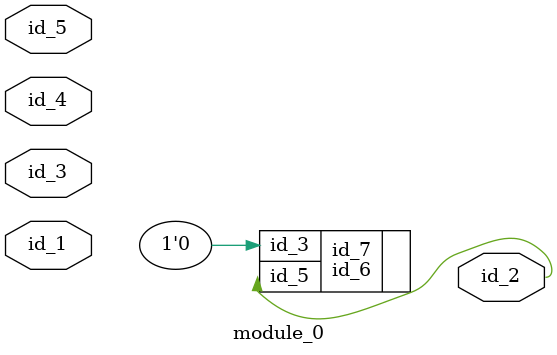
<source format=v>
module module_0 (
    id_1,
    id_2,
    id_3,
    id_4,
    id_5
);
  input id_5;
  input id_4;
  input id_3;
  output id_2;
  input id_1;
  id_6 id_7 (
      .id_5(id_2),
      .id_3(1'b0)
  );
  id_8 id_9 (
      .id_4(id_5),
      .id_2(id_1),
      .id_3(id_1)
  );
endmodule

</source>
